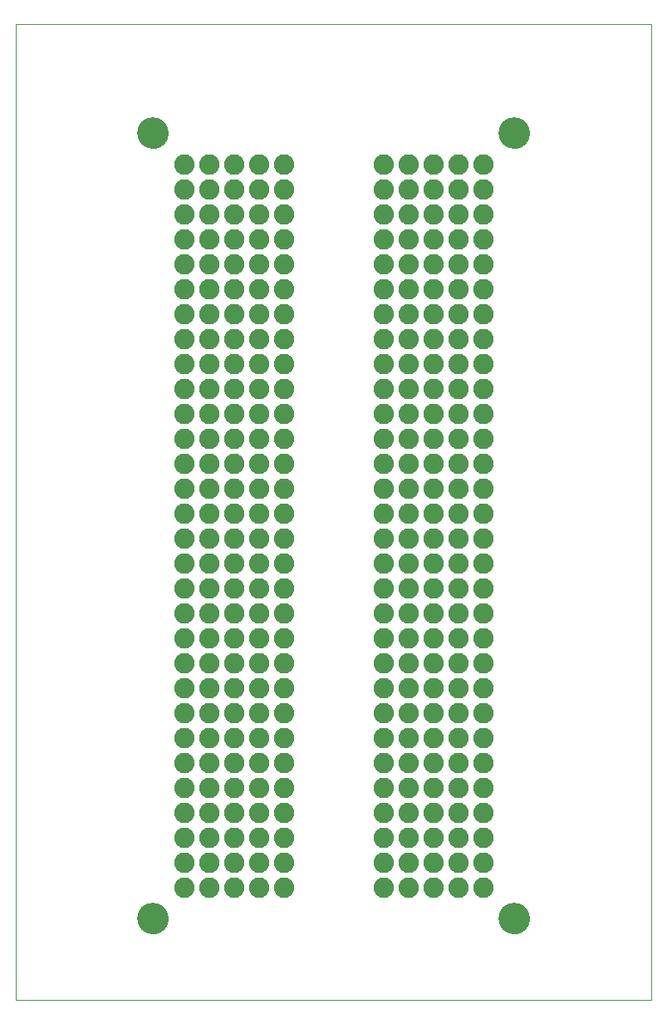
<source format=gts>
G75*
%MOIN*%
%OFA0B0*%
%FSLAX25Y25*%
%IPPOS*%
%LPD*%
%AMOC8*
5,1,8,0,0,1.08239X$1,22.5*
%
%ADD10C,0.00000*%
%ADD11C,0.12611*%
%ADD12C,0.08200*%
D10*
X0001000Y0001000D02*
X0001000Y0392201D01*
X0255921Y0392201D01*
X0255921Y0001000D01*
X0001000Y0001000D01*
X0050094Y0033500D02*
X0050096Y0033653D01*
X0050102Y0033807D01*
X0050112Y0033960D01*
X0050126Y0034112D01*
X0050144Y0034265D01*
X0050166Y0034416D01*
X0050191Y0034567D01*
X0050221Y0034718D01*
X0050255Y0034868D01*
X0050292Y0035016D01*
X0050333Y0035164D01*
X0050378Y0035310D01*
X0050427Y0035456D01*
X0050480Y0035600D01*
X0050536Y0035742D01*
X0050596Y0035883D01*
X0050660Y0036023D01*
X0050727Y0036161D01*
X0050798Y0036297D01*
X0050873Y0036431D01*
X0050950Y0036563D01*
X0051032Y0036693D01*
X0051116Y0036821D01*
X0051204Y0036947D01*
X0051295Y0037070D01*
X0051389Y0037191D01*
X0051487Y0037309D01*
X0051587Y0037425D01*
X0051691Y0037538D01*
X0051797Y0037649D01*
X0051906Y0037757D01*
X0052018Y0037862D01*
X0052132Y0037963D01*
X0052250Y0038062D01*
X0052369Y0038158D01*
X0052491Y0038251D01*
X0052616Y0038340D01*
X0052743Y0038427D01*
X0052872Y0038509D01*
X0053003Y0038589D01*
X0053136Y0038665D01*
X0053271Y0038738D01*
X0053408Y0038807D01*
X0053547Y0038872D01*
X0053687Y0038934D01*
X0053829Y0038992D01*
X0053972Y0039047D01*
X0054117Y0039098D01*
X0054263Y0039145D01*
X0054410Y0039188D01*
X0054558Y0039227D01*
X0054707Y0039263D01*
X0054857Y0039294D01*
X0055008Y0039322D01*
X0055159Y0039346D01*
X0055312Y0039366D01*
X0055464Y0039382D01*
X0055617Y0039394D01*
X0055770Y0039402D01*
X0055923Y0039406D01*
X0056077Y0039406D01*
X0056230Y0039402D01*
X0056383Y0039394D01*
X0056536Y0039382D01*
X0056688Y0039366D01*
X0056841Y0039346D01*
X0056992Y0039322D01*
X0057143Y0039294D01*
X0057293Y0039263D01*
X0057442Y0039227D01*
X0057590Y0039188D01*
X0057737Y0039145D01*
X0057883Y0039098D01*
X0058028Y0039047D01*
X0058171Y0038992D01*
X0058313Y0038934D01*
X0058453Y0038872D01*
X0058592Y0038807D01*
X0058729Y0038738D01*
X0058864Y0038665D01*
X0058997Y0038589D01*
X0059128Y0038509D01*
X0059257Y0038427D01*
X0059384Y0038340D01*
X0059509Y0038251D01*
X0059631Y0038158D01*
X0059750Y0038062D01*
X0059868Y0037963D01*
X0059982Y0037862D01*
X0060094Y0037757D01*
X0060203Y0037649D01*
X0060309Y0037538D01*
X0060413Y0037425D01*
X0060513Y0037309D01*
X0060611Y0037191D01*
X0060705Y0037070D01*
X0060796Y0036947D01*
X0060884Y0036821D01*
X0060968Y0036693D01*
X0061050Y0036563D01*
X0061127Y0036431D01*
X0061202Y0036297D01*
X0061273Y0036161D01*
X0061340Y0036023D01*
X0061404Y0035883D01*
X0061464Y0035742D01*
X0061520Y0035600D01*
X0061573Y0035456D01*
X0061622Y0035310D01*
X0061667Y0035164D01*
X0061708Y0035016D01*
X0061745Y0034868D01*
X0061779Y0034718D01*
X0061809Y0034567D01*
X0061834Y0034416D01*
X0061856Y0034265D01*
X0061874Y0034112D01*
X0061888Y0033960D01*
X0061898Y0033807D01*
X0061904Y0033653D01*
X0061906Y0033500D01*
X0061904Y0033347D01*
X0061898Y0033193D01*
X0061888Y0033040D01*
X0061874Y0032888D01*
X0061856Y0032735D01*
X0061834Y0032584D01*
X0061809Y0032433D01*
X0061779Y0032282D01*
X0061745Y0032132D01*
X0061708Y0031984D01*
X0061667Y0031836D01*
X0061622Y0031690D01*
X0061573Y0031544D01*
X0061520Y0031400D01*
X0061464Y0031258D01*
X0061404Y0031117D01*
X0061340Y0030977D01*
X0061273Y0030839D01*
X0061202Y0030703D01*
X0061127Y0030569D01*
X0061050Y0030437D01*
X0060968Y0030307D01*
X0060884Y0030179D01*
X0060796Y0030053D01*
X0060705Y0029930D01*
X0060611Y0029809D01*
X0060513Y0029691D01*
X0060413Y0029575D01*
X0060309Y0029462D01*
X0060203Y0029351D01*
X0060094Y0029243D01*
X0059982Y0029138D01*
X0059868Y0029037D01*
X0059750Y0028938D01*
X0059631Y0028842D01*
X0059509Y0028749D01*
X0059384Y0028660D01*
X0059257Y0028573D01*
X0059128Y0028491D01*
X0058997Y0028411D01*
X0058864Y0028335D01*
X0058729Y0028262D01*
X0058592Y0028193D01*
X0058453Y0028128D01*
X0058313Y0028066D01*
X0058171Y0028008D01*
X0058028Y0027953D01*
X0057883Y0027902D01*
X0057737Y0027855D01*
X0057590Y0027812D01*
X0057442Y0027773D01*
X0057293Y0027737D01*
X0057143Y0027706D01*
X0056992Y0027678D01*
X0056841Y0027654D01*
X0056688Y0027634D01*
X0056536Y0027618D01*
X0056383Y0027606D01*
X0056230Y0027598D01*
X0056077Y0027594D01*
X0055923Y0027594D01*
X0055770Y0027598D01*
X0055617Y0027606D01*
X0055464Y0027618D01*
X0055312Y0027634D01*
X0055159Y0027654D01*
X0055008Y0027678D01*
X0054857Y0027706D01*
X0054707Y0027737D01*
X0054558Y0027773D01*
X0054410Y0027812D01*
X0054263Y0027855D01*
X0054117Y0027902D01*
X0053972Y0027953D01*
X0053829Y0028008D01*
X0053687Y0028066D01*
X0053547Y0028128D01*
X0053408Y0028193D01*
X0053271Y0028262D01*
X0053136Y0028335D01*
X0053003Y0028411D01*
X0052872Y0028491D01*
X0052743Y0028573D01*
X0052616Y0028660D01*
X0052491Y0028749D01*
X0052369Y0028842D01*
X0052250Y0028938D01*
X0052132Y0029037D01*
X0052018Y0029138D01*
X0051906Y0029243D01*
X0051797Y0029351D01*
X0051691Y0029462D01*
X0051587Y0029575D01*
X0051487Y0029691D01*
X0051389Y0029809D01*
X0051295Y0029930D01*
X0051204Y0030053D01*
X0051116Y0030179D01*
X0051032Y0030307D01*
X0050950Y0030437D01*
X0050873Y0030569D01*
X0050798Y0030703D01*
X0050727Y0030839D01*
X0050660Y0030977D01*
X0050596Y0031117D01*
X0050536Y0031258D01*
X0050480Y0031400D01*
X0050427Y0031544D01*
X0050378Y0031690D01*
X0050333Y0031836D01*
X0050292Y0031984D01*
X0050255Y0032132D01*
X0050221Y0032282D01*
X0050191Y0032433D01*
X0050166Y0032584D01*
X0050144Y0032735D01*
X0050126Y0032888D01*
X0050112Y0033040D01*
X0050102Y0033193D01*
X0050096Y0033347D01*
X0050094Y0033500D01*
X0195094Y0033500D02*
X0195096Y0033653D01*
X0195102Y0033807D01*
X0195112Y0033960D01*
X0195126Y0034112D01*
X0195144Y0034265D01*
X0195166Y0034416D01*
X0195191Y0034567D01*
X0195221Y0034718D01*
X0195255Y0034868D01*
X0195292Y0035016D01*
X0195333Y0035164D01*
X0195378Y0035310D01*
X0195427Y0035456D01*
X0195480Y0035600D01*
X0195536Y0035742D01*
X0195596Y0035883D01*
X0195660Y0036023D01*
X0195727Y0036161D01*
X0195798Y0036297D01*
X0195873Y0036431D01*
X0195950Y0036563D01*
X0196032Y0036693D01*
X0196116Y0036821D01*
X0196204Y0036947D01*
X0196295Y0037070D01*
X0196389Y0037191D01*
X0196487Y0037309D01*
X0196587Y0037425D01*
X0196691Y0037538D01*
X0196797Y0037649D01*
X0196906Y0037757D01*
X0197018Y0037862D01*
X0197132Y0037963D01*
X0197250Y0038062D01*
X0197369Y0038158D01*
X0197491Y0038251D01*
X0197616Y0038340D01*
X0197743Y0038427D01*
X0197872Y0038509D01*
X0198003Y0038589D01*
X0198136Y0038665D01*
X0198271Y0038738D01*
X0198408Y0038807D01*
X0198547Y0038872D01*
X0198687Y0038934D01*
X0198829Y0038992D01*
X0198972Y0039047D01*
X0199117Y0039098D01*
X0199263Y0039145D01*
X0199410Y0039188D01*
X0199558Y0039227D01*
X0199707Y0039263D01*
X0199857Y0039294D01*
X0200008Y0039322D01*
X0200159Y0039346D01*
X0200312Y0039366D01*
X0200464Y0039382D01*
X0200617Y0039394D01*
X0200770Y0039402D01*
X0200923Y0039406D01*
X0201077Y0039406D01*
X0201230Y0039402D01*
X0201383Y0039394D01*
X0201536Y0039382D01*
X0201688Y0039366D01*
X0201841Y0039346D01*
X0201992Y0039322D01*
X0202143Y0039294D01*
X0202293Y0039263D01*
X0202442Y0039227D01*
X0202590Y0039188D01*
X0202737Y0039145D01*
X0202883Y0039098D01*
X0203028Y0039047D01*
X0203171Y0038992D01*
X0203313Y0038934D01*
X0203453Y0038872D01*
X0203592Y0038807D01*
X0203729Y0038738D01*
X0203864Y0038665D01*
X0203997Y0038589D01*
X0204128Y0038509D01*
X0204257Y0038427D01*
X0204384Y0038340D01*
X0204509Y0038251D01*
X0204631Y0038158D01*
X0204750Y0038062D01*
X0204868Y0037963D01*
X0204982Y0037862D01*
X0205094Y0037757D01*
X0205203Y0037649D01*
X0205309Y0037538D01*
X0205413Y0037425D01*
X0205513Y0037309D01*
X0205611Y0037191D01*
X0205705Y0037070D01*
X0205796Y0036947D01*
X0205884Y0036821D01*
X0205968Y0036693D01*
X0206050Y0036563D01*
X0206127Y0036431D01*
X0206202Y0036297D01*
X0206273Y0036161D01*
X0206340Y0036023D01*
X0206404Y0035883D01*
X0206464Y0035742D01*
X0206520Y0035600D01*
X0206573Y0035456D01*
X0206622Y0035310D01*
X0206667Y0035164D01*
X0206708Y0035016D01*
X0206745Y0034868D01*
X0206779Y0034718D01*
X0206809Y0034567D01*
X0206834Y0034416D01*
X0206856Y0034265D01*
X0206874Y0034112D01*
X0206888Y0033960D01*
X0206898Y0033807D01*
X0206904Y0033653D01*
X0206906Y0033500D01*
X0206904Y0033347D01*
X0206898Y0033193D01*
X0206888Y0033040D01*
X0206874Y0032888D01*
X0206856Y0032735D01*
X0206834Y0032584D01*
X0206809Y0032433D01*
X0206779Y0032282D01*
X0206745Y0032132D01*
X0206708Y0031984D01*
X0206667Y0031836D01*
X0206622Y0031690D01*
X0206573Y0031544D01*
X0206520Y0031400D01*
X0206464Y0031258D01*
X0206404Y0031117D01*
X0206340Y0030977D01*
X0206273Y0030839D01*
X0206202Y0030703D01*
X0206127Y0030569D01*
X0206050Y0030437D01*
X0205968Y0030307D01*
X0205884Y0030179D01*
X0205796Y0030053D01*
X0205705Y0029930D01*
X0205611Y0029809D01*
X0205513Y0029691D01*
X0205413Y0029575D01*
X0205309Y0029462D01*
X0205203Y0029351D01*
X0205094Y0029243D01*
X0204982Y0029138D01*
X0204868Y0029037D01*
X0204750Y0028938D01*
X0204631Y0028842D01*
X0204509Y0028749D01*
X0204384Y0028660D01*
X0204257Y0028573D01*
X0204128Y0028491D01*
X0203997Y0028411D01*
X0203864Y0028335D01*
X0203729Y0028262D01*
X0203592Y0028193D01*
X0203453Y0028128D01*
X0203313Y0028066D01*
X0203171Y0028008D01*
X0203028Y0027953D01*
X0202883Y0027902D01*
X0202737Y0027855D01*
X0202590Y0027812D01*
X0202442Y0027773D01*
X0202293Y0027737D01*
X0202143Y0027706D01*
X0201992Y0027678D01*
X0201841Y0027654D01*
X0201688Y0027634D01*
X0201536Y0027618D01*
X0201383Y0027606D01*
X0201230Y0027598D01*
X0201077Y0027594D01*
X0200923Y0027594D01*
X0200770Y0027598D01*
X0200617Y0027606D01*
X0200464Y0027618D01*
X0200312Y0027634D01*
X0200159Y0027654D01*
X0200008Y0027678D01*
X0199857Y0027706D01*
X0199707Y0027737D01*
X0199558Y0027773D01*
X0199410Y0027812D01*
X0199263Y0027855D01*
X0199117Y0027902D01*
X0198972Y0027953D01*
X0198829Y0028008D01*
X0198687Y0028066D01*
X0198547Y0028128D01*
X0198408Y0028193D01*
X0198271Y0028262D01*
X0198136Y0028335D01*
X0198003Y0028411D01*
X0197872Y0028491D01*
X0197743Y0028573D01*
X0197616Y0028660D01*
X0197491Y0028749D01*
X0197369Y0028842D01*
X0197250Y0028938D01*
X0197132Y0029037D01*
X0197018Y0029138D01*
X0196906Y0029243D01*
X0196797Y0029351D01*
X0196691Y0029462D01*
X0196587Y0029575D01*
X0196487Y0029691D01*
X0196389Y0029809D01*
X0196295Y0029930D01*
X0196204Y0030053D01*
X0196116Y0030179D01*
X0196032Y0030307D01*
X0195950Y0030437D01*
X0195873Y0030569D01*
X0195798Y0030703D01*
X0195727Y0030839D01*
X0195660Y0030977D01*
X0195596Y0031117D01*
X0195536Y0031258D01*
X0195480Y0031400D01*
X0195427Y0031544D01*
X0195378Y0031690D01*
X0195333Y0031836D01*
X0195292Y0031984D01*
X0195255Y0032132D01*
X0195221Y0032282D01*
X0195191Y0032433D01*
X0195166Y0032584D01*
X0195144Y0032735D01*
X0195126Y0032888D01*
X0195112Y0033040D01*
X0195102Y0033193D01*
X0195096Y0033347D01*
X0195094Y0033500D01*
X0195094Y0348500D02*
X0195096Y0348653D01*
X0195102Y0348807D01*
X0195112Y0348960D01*
X0195126Y0349112D01*
X0195144Y0349265D01*
X0195166Y0349416D01*
X0195191Y0349567D01*
X0195221Y0349718D01*
X0195255Y0349868D01*
X0195292Y0350016D01*
X0195333Y0350164D01*
X0195378Y0350310D01*
X0195427Y0350456D01*
X0195480Y0350600D01*
X0195536Y0350742D01*
X0195596Y0350883D01*
X0195660Y0351023D01*
X0195727Y0351161D01*
X0195798Y0351297D01*
X0195873Y0351431D01*
X0195950Y0351563D01*
X0196032Y0351693D01*
X0196116Y0351821D01*
X0196204Y0351947D01*
X0196295Y0352070D01*
X0196389Y0352191D01*
X0196487Y0352309D01*
X0196587Y0352425D01*
X0196691Y0352538D01*
X0196797Y0352649D01*
X0196906Y0352757D01*
X0197018Y0352862D01*
X0197132Y0352963D01*
X0197250Y0353062D01*
X0197369Y0353158D01*
X0197491Y0353251D01*
X0197616Y0353340D01*
X0197743Y0353427D01*
X0197872Y0353509D01*
X0198003Y0353589D01*
X0198136Y0353665D01*
X0198271Y0353738D01*
X0198408Y0353807D01*
X0198547Y0353872D01*
X0198687Y0353934D01*
X0198829Y0353992D01*
X0198972Y0354047D01*
X0199117Y0354098D01*
X0199263Y0354145D01*
X0199410Y0354188D01*
X0199558Y0354227D01*
X0199707Y0354263D01*
X0199857Y0354294D01*
X0200008Y0354322D01*
X0200159Y0354346D01*
X0200312Y0354366D01*
X0200464Y0354382D01*
X0200617Y0354394D01*
X0200770Y0354402D01*
X0200923Y0354406D01*
X0201077Y0354406D01*
X0201230Y0354402D01*
X0201383Y0354394D01*
X0201536Y0354382D01*
X0201688Y0354366D01*
X0201841Y0354346D01*
X0201992Y0354322D01*
X0202143Y0354294D01*
X0202293Y0354263D01*
X0202442Y0354227D01*
X0202590Y0354188D01*
X0202737Y0354145D01*
X0202883Y0354098D01*
X0203028Y0354047D01*
X0203171Y0353992D01*
X0203313Y0353934D01*
X0203453Y0353872D01*
X0203592Y0353807D01*
X0203729Y0353738D01*
X0203864Y0353665D01*
X0203997Y0353589D01*
X0204128Y0353509D01*
X0204257Y0353427D01*
X0204384Y0353340D01*
X0204509Y0353251D01*
X0204631Y0353158D01*
X0204750Y0353062D01*
X0204868Y0352963D01*
X0204982Y0352862D01*
X0205094Y0352757D01*
X0205203Y0352649D01*
X0205309Y0352538D01*
X0205413Y0352425D01*
X0205513Y0352309D01*
X0205611Y0352191D01*
X0205705Y0352070D01*
X0205796Y0351947D01*
X0205884Y0351821D01*
X0205968Y0351693D01*
X0206050Y0351563D01*
X0206127Y0351431D01*
X0206202Y0351297D01*
X0206273Y0351161D01*
X0206340Y0351023D01*
X0206404Y0350883D01*
X0206464Y0350742D01*
X0206520Y0350600D01*
X0206573Y0350456D01*
X0206622Y0350310D01*
X0206667Y0350164D01*
X0206708Y0350016D01*
X0206745Y0349868D01*
X0206779Y0349718D01*
X0206809Y0349567D01*
X0206834Y0349416D01*
X0206856Y0349265D01*
X0206874Y0349112D01*
X0206888Y0348960D01*
X0206898Y0348807D01*
X0206904Y0348653D01*
X0206906Y0348500D01*
X0206904Y0348347D01*
X0206898Y0348193D01*
X0206888Y0348040D01*
X0206874Y0347888D01*
X0206856Y0347735D01*
X0206834Y0347584D01*
X0206809Y0347433D01*
X0206779Y0347282D01*
X0206745Y0347132D01*
X0206708Y0346984D01*
X0206667Y0346836D01*
X0206622Y0346690D01*
X0206573Y0346544D01*
X0206520Y0346400D01*
X0206464Y0346258D01*
X0206404Y0346117D01*
X0206340Y0345977D01*
X0206273Y0345839D01*
X0206202Y0345703D01*
X0206127Y0345569D01*
X0206050Y0345437D01*
X0205968Y0345307D01*
X0205884Y0345179D01*
X0205796Y0345053D01*
X0205705Y0344930D01*
X0205611Y0344809D01*
X0205513Y0344691D01*
X0205413Y0344575D01*
X0205309Y0344462D01*
X0205203Y0344351D01*
X0205094Y0344243D01*
X0204982Y0344138D01*
X0204868Y0344037D01*
X0204750Y0343938D01*
X0204631Y0343842D01*
X0204509Y0343749D01*
X0204384Y0343660D01*
X0204257Y0343573D01*
X0204128Y0343491D01*
X0203997Y0343411D01*
X0203864Y0343335D01*
X0203729Y0343262D01*
X0203592Y0343193D01*
X0203453Y0343128D01*
X0203313Y0343066D01*
X0203171Y0343008D01*
X0203028Y0342953D01*
X0202883Y0342902D01*
X0202737Y0342855D01*
X0202590Y0342812D01*
X0202442Y0342773D01*
X0202293Y0342737D01*
X0202143Y0342706D01*
X0201992Y0342678D01*
X0201841Y0342654D01*
X0201688Y0342634D01*
X0201536Y0342618D01*
X0201383Y0342606D01*
X0201230Y0342598D01*
X0201077Y0342594D01*
X0200923Y0342594D01*
X0200770Y0342598D01*
X0200617Y0342606D01*
X0200464Y0342618D01*
X0200312Y0342634D01*
X0200159Y0342654D01*
X0200008Y0342678D01*
X0199857Y0342706D01*
X0199707Y0342737D01*
X0199558Y0342773D01*
X0199410Y0342812D01*
X0199263Y0342855D01*
X0199117Y0342902D01*
X0198972Y0342953D01*
X0198829Y0343008D01*
X0198687Y0343066D01*
X0198547Y0343128D01*
X0198408Y0343193D01*
X0198271Y0343262D01*
X0198136Y0343335D01*
X0198003Y0343411D01*
X0197872Y0343491D01*
X0197743Y0343573D01*
X0197616Y0343660D01*
X0197491Y0343749D01*
X0197369Y0343842D01*
X0197250Y0343938D01*
X0197132Y0344037D01*
X0197018Y0344138D01*
X0196906Y0344243D01*
X0196797Y0344351D01*
X0196691Y0344462D01*
X0196587Y0344575D01*
X0196487Y0344691D01*
X0196389Y0344809D01*
X0196295Y0344930D01*
X0196204Y0345053D01*
X0196116Y0345179D01*
X0196032Y0345307D01*
X0195950Y0345437D01*
X0195873Y0345569D01*
X0195798Y0345703D01*
X0195727Y0345839D01*
X0195660Y0345977D01*
X0195596Y0346117D01*
X0195536Y0346258D01*
X0195480Y0346400D01*
X0195427Y0346544D01*
X0195378Y0346690D01*
X0195333Y0346836D01*
X0195292Y0346984D01*
X0195255Y0347132D01*
X0195221Y0347282D01*
X0195191Y0347433D01*
X0195166Y0347584D01*
X0195144Y0347735D01*
X0195126Y0347888D01*
X0195112Y0348040D01*
X0195102Y0348193D01*
X0195096Y0348347D01*
X0195094Y0348500D01*
X0050094Y0348500D02*
X0050096Y0348653D01*
X0050102Y0348807D01*
X0050112Y0348960D01*
X0050126Y0349112D01*
X0050144Y0349265D01*
X0050166Y0349416D01*
X0050191Y0349567D01*
X0050221Y0349718D01*
X0050255Y0349868D01*
X0050292Y0350016D01*
X0050333Y0350164D01*
X0050378Y0350310D01*
X0050427Y0350456D01*
X0050480Y0350600D01*
X0050536Y0350742D01*
X0050596Y0350883D01*
X0050660Y0351023D01*
X0050727Y0351161D01*
X0050798Y0351297D01*
X0050873Y0351431D01*
X0050950Y0351563D01*
X0051032Y0351693D01*
X0051116Y0351821D01*
X0051204Y0351947D01*
X0051295Y0352070D01*
X0051389Y0352191D01*
X0051487Y0352309D01*
X0051587Y0352425D01*
X0051691Y0352538D01*
X0051797Y0352649D01*
X0051906Y0352757D01*
X0052018Y0352862D01*
X0052132Y0352963D01*
X0052250Y0353062D01*
X0052369Y0353158D01*
X0052491Y0353251D01*
X0052616Y0353340D01*
X0052743Y0353427D01*
X0052872Y0353509D01*
X0053003Y0353589D01*
X0053136Y0353665D01*
X0053271Y0353738D01*
X0053408Y0353807D01*
X0053547Y0353872D01*
X0053687Y0353934D01*
X0053829Y0353992D01*
X0053972Y0354047D01*
X0054117Y0354098D01*
X0054263Y0354145D01*
X0054410Y0354188D01*
X0054558Y0354227D01*
X0054707Y0354263D01*
X0054857Y0354294D01*
X0055008Y0354322D01*
X0055159Y0354346D01*
X0055312Y0354366D01*
X0055464Y0354382D01*
X0055617Y0354394D01*
X0055770Y0354402D01*
X0055923Y0354406D01*
X0056077Y0354406D01*
X0056230Y0354402D01*
X0056383Y0354394D01*
X0056536Y0354382D01*
X0056688Y0354366D01*
X0056841Y0354346D01*
X0056992Y0354322D01*
X0057143Y0354294D01*
X0057293Y0354263D01*
X0057442Y0354227D01*
X0057590Y0354188D01*
X0057737Y0354145D01*
X0057883Y0354098D01*
X0058028Y0354047D01*
X0058171Y0353992D01*
X0058313Y0353934D01*
X0058453Y0353872D01*
X0058592Y0353807D01*
X0058729Y0353738D01*
X0058864Y0353665D01*
X0058997Y0353589D01*
X0059128Y0353509D01*
X0059257Y0353427D01*
X0059384Y0353340D01*
X0059509Y0353251D01*
X0059631Y0353158D01*
X0059750Y0353062D01*
X0059868Y0352963D01*
X0059982Y0352862D01*
X0060094Y0352757D01*
X0060203Y0352649D01*
X0060309Y0352538D01*
X0060413Y0352425D01*
X0060513Y0352309D01*
X0060611Y0352191D01*
X0060705Y0352070D01*
X0060796Y0351947D01*
X0060884Y0351821D01*
X0060968Y0351693D01*
X0061050Y0351563D01*
X0061127Y0351431D01*
X0061202Y0351297D01*
X0061273Y0351161D01*
X0061340Y0351023D01*
X0061404Y0350883D01*
X0061464Y0350742D01*
X0061520Y0350600D01*
X0061573Y0350456D01*
X0061622Y0350310D01*
X0061667Y0350164D01*
X0061708Y0350016D01*
X0061745Y0349868D01*
X0061779Y0349718D01*
X0061809Y0349567D01*
X0061834Y0349416D01*
X0061856Y0349265D01*
X0061874Y0349112D01*
X0061888Y0348960D01*
X0061898Y0348807D01*
X0061904Y0348653D01*
X0061906Y0348500D01*
X0061904Y0348347D01*
X0061898Y0348193D01*
X0061888Y0348040D01*
X0061874Y0347888D01*
X0061856Y0347735D01*
X0061834Y0347584D01*
X0061809Y0347433D01*
X0061779Y0347282D01*
X0061745Y0347132D01*
X0061708Y0346984D01*
X0061667Y0346836D01*
X0061622Y0346690D01*
X0061573Y0346544D01*
X0061520Y0346400D01*
X0061464Y0346258D01*
X0061404Y0346117D01*
X0061340Y0345977D01*
X0061273Y0345839D01*
X0061202Y0345703D01*
X0061127Y0345569D01*
X0061050Y0345437D01*
X0060968Y0345307D01*
X0060884Y0345179D01*
X0060796Y0345053D01*
X0060705Y0344930D01*
X0060611Y0344809D01*
X0060513Y0344691D01*
X0060413Y0344575D01*
X0060309Y0344462D01*
X0060203Y0344351D01*
X0060094Y0344243D01*
X0059982Y0344138D01*
X0059868Y0344037D01*
X0059750Y0343938D01*
X0059631Y0343842D01*
X0059509Y0343749D01*
X0059384Y0343660D01*
X0059257Y0343573D01*
X0059128Y0343491D01*
X0058997Y0343411D01*
X0058864Y0343335D01*
X0058729Y0343262D01*
X0058592Y0343193D01*
X0058453Y0343128D01*
X0058313Y0343066D01*
X0058171Y0343008D01*
X0058028Y0342953D01*
X0057883Y0342902D01*
X0057737Y0342855D01*
X0057590Y0342812D01*
X0057442Y0342773D01*
X0057293Y0342737D01*
X0057143Y0342706D01*
X0056992Y0342678D01*
X0056841Y0342654D01*
X0056688Y0342634D01*
X0056536Y0342618D01*
X0056383Y0342606D01*
X0056230Y0342598D01*
X0056077Y0342594D01*
X0055923Y0342594D01*
X0055770Y0342598D01*
X0055617Y0342606D01*
X0055464Y0342618D01*
X0055312Y0342634D01*
X0055159Y0342654D01*
X0055008Y0342678D01*
X0054857Y0342706D01*
X0054707Y0342737D01*
X0054558Y0342773D01*
X0054410Y0342812D01*
X0054263Y0342855D01*
X0054117Y0342902D01*
X0053972Y0342953D01*
X0053829Y0343008D01*
X0053687Y0343066D01*
X0053547Y0343128D01*
X0053408Y0343193D01*
X0053271Y0343262D01*
X0053136Y0343335D01*
X0053003Y0343411D01*
X0052872Y0343491D01*
X0052743Y0343573D01*
X0052616Y0343660D01*
X0052491Y0343749D01*
X0052369Y0343842D01*
X0052250Y0343938D01*
X0052132Y0344037D01*
X0052018Y0344138D01*
X0051906Y0344243D01*
X0051797Y0344351D01*
X0051691Y0344462D01*
X0051587Y0344575D01*
X0051487Y0344691D01*
X0051389Y0344809D01*
X0051295Y0344930D01*
X0051204Y0345053D01*
X0051116Y0345179D01*
X0051032Y0345307D01*
X0050950Y0345437D01*
X0050873Y0345569D01*
X0050798Y0345703D01*
X0050727Y0345839D01*
X0050660Y0345977D01*
X0050596Y0346117D01*
X0050536Y0346258D01*
X0050480Y0346400D01*
X0050427Y0346544D01*
X0050378Y0346690D01*
X0050333Y0346836D01*
X0050292Y0346984D01*
X0050255Y0347132D01*
X0050221Y0347282D01*
X0050191Y0347433D01*
X0050166Y0347584D01*
X0050144Y0347735D01*
X0050126Y0347888D01*
X0050112Y0348040D01*
X0050102Y0348193D01*
X0050096Y0348347D01*
X0050094Y0348500D01*
D11*
X0056000Y0348500D03*
X0201000Y0348500D03*
X0201000Y0033500D03*
X0056000Y0033500D03*
D12*
X0068500Y0046000D03*
X0068500Y0056000D03*
X0068500Y0066000D03*
X0068500Y0076000D03*
X0068500Y0086000D03*
X0068500Y0096000D03*
X0068500Y0106000D03*
X0068500Y0116000D03*
X0068500Y0126000D03*
X0068500Y0136000D03*
X0068500Y0146000D03*
X0068500Y0156000D03*
X0068500Y0166000D03*
X0068500Y0176000D03*
X0068500Y0186000D03*
X0068500Y0196000D03*
X0068500Y0206000D03*
X0068500Y0216000D03*
X0068500Y0226000D03*
X0068500Y0236000D03*
X0068500Y0246000D03*
X0068500Y0256000D03*
X0068500Y0266000D03*
X0068500Y0276000D03*
X0068500Y0286000D03*
X0068500Y0296000D03*
X0068500Y0306000D03*
X0068500Y0316000D03*
X0068500Y0326000D03*
X0068500Y0336000D03*
X0078500Y0336000D03*
X0078500Y0326000D03*
X0078500Y0316000D03*
X0078500Y0306000D03*
X0078500Y0296000D03*
X0078500Y0286000D03*
X0078500Y0276000D03*
X0078500Y0266000D03*
X0078500Y0256000D03*
X0078500Y0246000D03*
X0078500Y0236000D03*
X0078500Y0226000D03*
X0078500Y0216000D03*
X0078500Y0206000D03*
X0078500Y0196000D03*
X0078500Y0186000D03*
X0078500Y0176000D03*
X0078500Y0166000D03*
X0078500Y0156000D03*
X0078500Y0146000D03*
X0078500Y0136000D03*
X0078500Y0126000D03*
X0078500Y0116000D03*
X0078500Y0106000D03*
X0078500Y0096000D03*
X0078500Y0086000D03*
X0078500Y0076000D03*
X0078500Y0066000D03*
X0078500Y0056000D03*
X0078500Y0046000D03*
X0088500Y0046000D03*
X0088500Y0056000D03*
X0088500Y0066000D03*
X0088500Y0076000D03*
X0088500Y0086000D03*
X0088500Y0096000D03*
X0088500Y0106000D03*
X0088500Y0116000D03*
X0088500Y0126000D03*
X0088500Y0136000D03*
X0088500Y0146000D03*
X0088500Y0156000D03*
X0088500Y0166000D03*
X0088500Y0176000D03*
X0088500Y0186000D03*
X0088500Y0196000D03*
X0088500Y0206000D03*
X0088500Y0216000D03*
X0088500Y0226000D03*
X0088500Y0236000D03*
X0088500Y0246000D03*
X0088500Y0256000D03*
X0088500Y0266000D03*
X0088500Y0276000D03*
X0088500Y0286000D03*
X0088500Y0296000D03*
X0088500Y0306000D03*
X0088500Y0316000D03*
X0088500Y0326000D03*
X0088500Y0336000D03*
X0098500Y0336000D03*
X0098500Y0326000D03*
X0098500Y0316000D03*
X0098500Y0306000D03*
X0098500Y0296000D03*
X0098500Y0286000D03*
X0098500Y0276000D03*
X0098500Y0266000D03*
X0098500Y0256000D03*
X0098500Y0246000D03*
X0098500Y0236000D03*
X0098500Y0226000D03*
X0098500Y0216000D03*
X0098500Y0206000D03*
X0098500Y0196000D03*
X0098500Y0186000D03*
X0098500Y0176000D03*
X0098500Y0166000D03*
X0098500Y0156000D03*
X0098500Y0146000D03*
X0098500Y0136000D03*
X0098500Y0126000D03*
X0098500Y0116000D03*
X0098500Y0106000D03*
X0098500Y0096000D03*
X0098500Y0086000D03*
X0098500Y0076000D03*
X0098500Y0066000D03*
X0098500Y0056000D03*
X0098500Y0046000D03*
X0108500Y0046000D03*
X0108500Y0056000D03*
X0108500Y0066000D03*
X0108500Y0076000D03*
X0108500Y0086000D03*
X0108500Y0096000D03*
X0108500Y0106000D03*
X0108500Y0116000D03*
X0108500Y0126000D03*
X0108500Y0136000D03*
X0108500Y0146000D03*
X0108500Y0156000D03*
X0108500Y0166000D03*
X0108500Y0176000D03*
X0108500Y0186000D03*
X0108500Y0196000D03*
X0108500Y0206000D03*
X0108500Y0216000D03*
X0108500Y0226000D03*
X0108500Y0236000D03*
X0108500Y0246000D03*
X0108500Y0256000D03*
X0108500Y0266000D03*
X0108500Y0276000D03*
X0108500Y0286000D03*
X0108500Y0296000D03*
X0108500Y0306000D03*
X0108500Y0316000D03*
X0108500Y0326000D03*
X0108500Y0336000D03*
X0148500Y0336000D03*
X0148500Y0326000D03*
X0148500Y0316000D03*
X0148500Y0306000D03*
X0148500Y0296000D03*
X0148500Y0286000D03*
X0148500Y0276000D03*
X0148500Y0266000D03*
X0148500Y0256000D03*
X0148500Y0246000D03*
X0148500Y0236000D03*
X0148500Y0226000D03*
X0148500Y0216000D03*
X0148500Y0206000D03*
X0148500Y0196000D03*
X0148500Y0186000D03*
X0148500Y0176000D03*
X0148500Y0166000D03*
X0148500Y0156000D03*
X0148500Y0146000D03*
X0148500Y0136000D03*
X0148500Y0126000D03*
X0148500Y0116000D03*
X0148500Y0106000D03*
X0148500Y0096000D03*
X0148500Y0086000D03*
X0148500Y0076000D03*
X0148500Y0066000D03*
X0148500Y0056000D03*
X0148500Y0046000D03*
X0158500Y0046000D03*
X0158500Y0056000D03*
X0158500Y0066000D03*
X0158500Y0076000D03*
X0158500Y0086000D03*
X0158500Y0096000D03*
X0158500Y0106000D03*
X0158500Y0116000D03*
X0158500Y0126000D03*
X0158500Y0136000D03*
X0158500Y0146000D03*
X0158500Y0156000D03*
X0158500Y0166000D03*
X0158500Y0176000D03*
X0158500Y0186000D03*
X0158500Y0196000D03*
X0158500Y0206000D03*
X0158500Y0216000D03*
X0158500Y0226000D03*
X0158500Y0236000D03*
X0158500Y0246000D03*
X0158500Y0256000D03*
X0158500Y0266000D03*
X0158500Y0276000D03*
X0158500Y0286000D03*
X0158500Y0296000D03*
X0158500Y0306000D03*
X0158500Y0316000D03*
X0158500Y0326000D03*
X0158500Y0336000D03*
X0168500Y0336000D03*
X0168500Y0326000D03*
X0168500Y0316000D03*
X0168500Y0306000D03*
X0168500Y0296000D03*
X0168500Y0286000D03*
X0168500Y0276000D03*
X0168500Y0266000D03*
X0168500Y0256000D03*
X0168500Y0246000D03*
X0168500Y0236000D03*
X0168500Y0226000D03*
X0168500Y0216000D03*
X0168500Y0206000D03*
X0168500Y0196000D03*
X0168500Y0186000D03*
X0168500Y0176000D03*
X0168500Y0166000D03*
X0168500Y0156000D03*
X0168500Y0146000D03*
X0168500Y0136000D03*
X0168500Y0126000D03*
X0168500Y0116000D03*
X0168500Y0106000D03*
X0168500Y0096000D03*
X0168500Y0086000D03*
X0168500Y0076000D03*
X0168500Y0066000D03*
X0168500Y0056000D03*
X0168500Y0046000D03*
X0178500Y0046000D03*
X0178500Y0056000D03*
X0178500Y0066000D03*
X0178500Y0076000D03*
X0178500Y0086000D03*
X0178500Y0096000D03*
X0178500Y0106000D03*
X0178500Y0116000D03*
X0178500Y0126000D03*
X0178500Y0136000D03*
X0178500Y0146000D03*
X0178500Y0156000D03*
X0178500Y0166000D03*
X0178500Y0176000D03*
X0178500Y0186000D03*
X0178500Y0196000D03*
X0178500Y0206000D03*
X0178500Y0216000D03*
X0178500Y0226000D03*
X0178500Y0236000D03*
X0178500Y0246000D03*
X0178500Y0256000D03*
X0178500Y0266000D03*
X0178500Y0276000D03*
X0178500Y0286000D03*
X0178500Y0296000D03*
X0178500Y0306000D03*
X0178500Y0316000D03*
X0178500Y0326000D03*
X0178500Y0336000D03*
X0188500Y0336000D03*
X0188500Y0326000D03*
X0188500Y0316000D03*
X0188500Y0306000D03*
X0188500Y0296000D03*
X0188500Y0286000D03*
X0188500Y0276000D03*
X0188500Y0266000D03*
X0188500Y0256000D03*
X0188500Y0246000D03*
X0188500Y0236000D03*
X0188500Y0226000D03*
X0188500Y0216000D03*
X0188500Y0206000D03*
X0188500Y0196000D03*
X0188500Y0186000D03*
X0188500Y0176000D03*
X0188500Y0166000D03*
X0188500Y0156000D03*
X0188500Y0146000D03*
X0188500Y0136000D03*
X0188500Y0126000D03*
X0188500Y0116000D03*
X0188500Y0106000D03*
X0188500Y0096000D03*
X0188500Y0086000D03*
X0188500Y0076000D03*
X0188500Y0066000D03*
X0188500Y0056000D03*
X0188500Y0046000D03*
M02*

</source>
